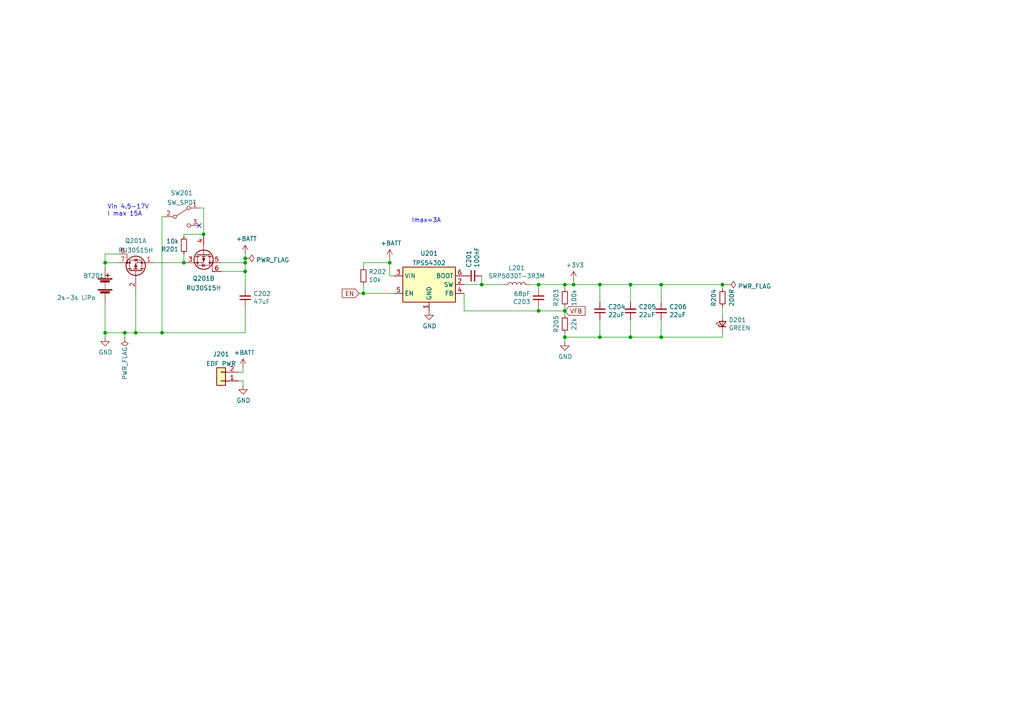
<source format=kicad_sch>
(kicad_sch (version 20211123) (generator eeschema)
  (paper "A4")
  (title_block (title "Kontroller") (date "2021-12-28") (rev "1"))
  (lib_symbols
    (symbol "Connector_Generic:Conn_01x02" (pin_names (offset 1.016) hide)
      (property "Reference" "J" (at 0 2.54 0))
      (property "Value" "Conn_01x02" (at 0 -5.08 0))
      (symbol "Conn_01x02_1_1"
        (rectangle (start -1.27 -2.413) (end 0 -2.667) (stroke (width 0.1524)))
        (rectangle (start -1.27 0.127) (end 0 -0.127) (stroke (width 0.1524)))
        (rectangle (start -1.27 1.27) (end 1.27 -3.81) (stroke (width 0.254)) (fill (type background)))
        (pin passive line (at -5.08 0 0) (length 3.81) (name "Pin_1") (number "1"))
        (pin passive line (at -5.08 -2.54 0) (length 3.81) (name "Pin_2") (number "2"))
      )
    )
    (symbol "Device:Battery" (pin_numbers hide) (pin_names (offset 0) hide)
      (property "Reference" "BT" (at 2.54 2.54 0))
      (property "Value" "Battery" (at 2.54 0 0))
      (symbol "Battery_0_1"
        (rectangle (start -2.032 -1.397) (end 2.032 -1.651) (fill (type outline)))
        (rectangle (start -2.032 1.778) (end 2.032 1.524) (fill (type outline)))
        (rectangle (start -1.3208 -1.9812) (end 1.27 -2.4892) (fill (type outline)))
        (rectangle (start -1.3208 1.1938) (end 1.27 0.6858) (fill (type outline)))
        (polyline (pts (xy 0 -1.524) (xy 0 -1.27)))
        (polyline (pts (xy 0 -1.016) (xy 0 -0.762)))
        (polyline (pts (xy 0 -0.508) (xy 0 -0.254)))
        (polyline (pts (xy 0 0) (xy 0 0.254)))
        (polyline (pts (xy 0 0.508) (xy 0 0.762)))
        (polyline (pts (xy 0 1.778) (xy 0 2.54)))
        (polyline (pts (xy 0.254 2.667) (xy 1.27 2.667)) (stroke (width 0.254)))
        (polyline (pts (xy 0.762 3.175) (xy 0.762 2.159)) (stroke (width 0.254)))
      )
      (symbol "Battery_1_1"
        (pin passive line (at 0 5.08 270) (length 2.54) (name "+") (number "1"))
        (pin passive line (at 0 -5.08 90) (length 2.54) (name "-") (number "2"))
      )
    )
    (symbol "Device:C_Small" (pin_numbers hide) (pin_names (offset 0.254) hide)
      (property "Reference" "C" (at 0.254 1.778 0))
      (property "Value" "C_Small" (at 0.254 -2.032 0))
      (symbol "C_Small_0_1"
        (polyline (pts (xy -1.524 -0.508) (xy 1.524 -0.508)) (stroke (width 0.3302)))
        (polyline (pts (xy -1.524 0.508) (xy 1.524 0.508)) (stroke (width 0.3048)))
      )
      (symbol "C_Small_1_1"
        (pin passive line (at 0 2.54 270) (length 2.032) (name "~") (number "1"))
        (pin passive line (at 0 -2.54 90) (length 2.032) (name "~") (number "2"))
      )
    )
    (symbol "Device:L" (pin_numbers hide) (pin_names (offset 1.016) hide)
      (property "Reference" "L" (at -1.27 0 90))
      (property "Value" "L" (at 1.905 0 90))
      (symbol "L_0_1"
        (arc (start 0 -2.54) (mid 0.635 -1.905) (end 0 -1.27))
        (arc (start 0 -1.27) (mid 0.635 -0.635) (end 0 0))
        (arc (start 0 0) (mid 0.635 0.635) (end 0 1.27))
        (arc (start 0 1.27) (mid 0.635 1.905) (end 0 2.54))
      )
      (symbol "L_1_1"
        (pin passive line (at 0 3.81 270) (length 1.27) (name "1") (number "1"))
        (pin passive line (at 0 -3.81 90) (length 1.27) (name "2") (number "2"))
      )
    )
    (symbol "Device:LED_Small" (pin_numbers hide) (pin_names (offset 0.254) hide)
      (property "Reference" "D" (at -1.27 3.175 0))
      (property "Value" "LED_Small" (at -4.445 -2.54 0))
      (symbol "LED_Small_0_1"
        (polyline (pts (xy -0.762 -1.016) (xy -0.762 1.016)) (stroke (width 0.254)))
        (polyline (pts (xy 1.016 0) (xy -0.762 0)))
        (polyline (pts (xy 0.762 -1.016) (xy -0.762 0) (xy 0.762 1.016) (xy 0.762 -1.016)) (stroke (width 0.254)))
        (polyline (pts (xy 0 0.762) (xy -0.508 1.27) (xy -0.254 1.27) (xy -0.508 1.27) (xy -0.508 1.016)))
        (polyline (pts (xy 0.508 1.27) (xy 0 1.778) (xy 0.254 1.778) (xy 0 1.778) (xy 0 1.524)))
      )
      (symbol "LED_Small_1_1"
        (pin passive line (at -2.54 0 0) (length 1.778) (name "K") (number "1"))
        (pin passive line (at 2.54 0 180) (length 1.778) (name "A") (number "2"))
      )
    )
    (symbol "Device:Q_Dual_PMOS_S1G1S2G2D2D2D1D1" (pin_names (offset 0) hide)
      (property "Reference" "Q" (at 6.35 1.27 0))
      (property "Value" "Q_Dual_PMOS_S1G1S2G2D2D2D1D1" (at 21.59 -1.27 0))
      (symbol "Q_Dual_PMOS_S1G1S2G2D2D2D1D1_0_1"
        (polyline (pts (xy 0.254 0) (xy -2.54 0)))
        (polyline (pts (xy 0.254 1.905) (xy 0.254 -1.905)) (stroke (width 0.254)))
        (polyline (pts (xy 0.762 -1.27) (xy 0.762 -2.286)) (stroke (width 0.254)))
        (polyline (pts (xy 0.762 0.508) (xy 0.762 -0.508)) (stroke (width 0.254)))
        (polyline (pts (xy 0.762 2.286) (xy 0.762 1.27)) (stroke (width 0.254)))
        (polyline (pts (xy 2.54 2.54) (xy 2.54 1.778)))
        (polyline (pts (xy 2.54 -2.54) (xy 2.54 0) (xy 0.762 0)))
        (polyline (pts (xy 0.762 1.778) (xy 3.302 1.778) (xy 3.302 -1.778) (xy 0.762 -1.778)))
        (polyline (pts (xy 2.286 0) (xy 1.27 0.381) (xy 1.27 -0.381) (xy 2.286 0)) (fill (type outline)))
        (polyline (pts (xy 2.794 -0.508) (xy 2.921 -0.381) (xy 3.683 -0.381) (xy 3.81 -0.254)))
        (polyline (pts (xy 3.302 -0.381) (xy 2.921 0.254) (xy 3.683 0.254) (xy 3.302 -0.381)))
        (circle (center 1.651 0) (radius 2.794) (stroke (width 0.254)))
        (circle (center 2.54 -1.778) (radius 0.254) (fill (type outline)))
        (circle (center 2.54 1.778) (radius 0.254) (fill (type outline)))
        (circle (center 2.54 2.54) (radius 0.254) (fill (type outline)))
        (rectangle (start 5.08 2.54) (end 2.54 2.54))
      )
      (symbol "Q_Dual_PMOS_S1G1S2G2D2D2D1D1_1_1"
        (pin passive line (at 2.54 -5.08 90) (length 2.54) (name "S") (number "1"))
        (pin input line (at -5.08 0 0) (length 2.54) (name "G") (number "2"))
        (pin passive line (at 2.54 5.08 270) (length 2.54) (name "D") (number "7"))
        (pin passive line (at 5.08 5.08 270) (length 2.54) (name "G") (number "8"))
      )
      (symbol "Q_Dual_PMOS_S1G1S2G2D2D2D1D1_2_1"
        (pin passive line (at 2.54 -5.08 90) (length 2.54) (name "S") (number "3"))
        (pin input line (at -5.08 0 0) (length 2.54) (name "G") (number "4"))
        (pin passive line (at 2.54 5.08 270) (length 2.54) (name "D") (number "5"))
        (pin passive line (at 5.08 5.08 270) (length 2.54) (name "G") (number "6"))
      )
    )
    (symbol "Device:R_Small" (pin_numbers hide) (pin_names (offset 0.254) hide)
      (property "Reference" "R" (at 0.762 0.508 0))
      (property "Value" "R_Small" (at 0.762 -1.016 0))
      (symbol "R_Small_0_1"
        (rectangle (start -0.762 1.778) (end 0.762 -1.778) (stroke (width 0.2032)))
      )
      (symbol "R_Small_1_1"
        (pin passive line (at 0 2.54 270) (length 0.762) (name "~") (number "1"))
        (pin passive line (at 0 -2.54 90) (length 0.762) (name "~") (number "2"))
      )
    )
    (symbol "Regulator_Switching:TPS54302"
      (property "Reference" "U" (at -7.62 6.35 0))
      (property "Value" "TPS54302" (at 0 6.35 0))
      (symbol "TPS54302_0_1"
        (rectangle (start -7.62 5.08) (end 7.62 -5.08) (stroke (width 0.254)) (fill (type background)))
      )
      (symbol "TPS54302_1_1"
        (pin power_in line (at 0 -7.62 90) (length 2.54) (name "GND") (number "1"))
        (pin power_out line (at 10.16 0 180) (length 2.54) (name "SW") (number "2"))
        (pin power_in line (at -10.16 2.54 0) (length 2.54) (name "VIN") (number "3"))
        (pin input line (at 10.16 -2.54 180) (length 2.54) (name "FB") (number "4"))
        (pin input line (at -10.16 -2.54 0) (length 2.54) (name "EN") (number "5"))
        (pin passive line (at 10.16 2.54 180) (length 2.54) (name "BOOT") (number "6"))
      )
    )
    (symbol "Switch:SW_SPDT" (pin_names (offset 0) hide)
      (property "Reference" "SW" (at 0 4.318 0))
      (property "Value" "SW_SPDT" (at 0 -5.08 0))
      (symbol "SW_SPDT_0_0"
        (circle (center -2.032 0) (radius 0.508))
        (circle (center 2.032 -2.54) (radius 0.508))
      )
      (symbol "SW_SPDT_0_1"
        (polyline (pts (xy -1.524 0.254) (xy 1.651 2.286)))
        (circle (center 2.032 2.54) (radius 0.508))
      )
      (symbol "SW_SPDT_1_1"
        (pin passive line (at 5.08 2.54 180) (length 2.54) (name "A") (number "1"))
        (pin passive line (at -5.08 0 0) (length 2.54) (name "B") (number "2"))
        (pin passive line (at 5.08 -2.54 180) (length 2.54) (name "C") (number "3"))
      )
    )
    (symbol "power:+3.3V" (power) (pin_names (offset 0))
      (property "Value" "+3.3V" (at 0 3.556 0))
      (symbol "+3.3V_0_1"
        (polyline (pts (xy -0.762 1.27) (xy 0 2.54)))
        (polyline (pts (xy 0 0) (xy 0 2.54)))
        (polyline (pts (xy 0 2.54) (xy 0.762 1.27)))
      )
      (symbol "+3.3V_1_1"
        (pin power_in line (at 0 0 90) (length 0) hide (name "+3V3") (number "1"))
      )
    )
    (symbol "power:+BATT" (power) (pin_names (offset 0))
      (property "Value" "+BATT" (at 0 3.556 0))
      (symbol "+BATT_0_1"
        (polyline (pts (xy -0.762 1.27) (xy 0 2.54)))
        (polyline (pts (xy 0 0) (xy 0 2.54)))
        (polyline (pts (xy 0 2.54) (xy 0.762 1.27)))
      )
      (symbol "+BATT_1_1"
        (pin power_in line (at 0 0 90) (length 0) hide (name "+BATT") (number "1"))
      )
    )
    (symbol "power:GND" (power) (pin_names (offset 0))
      (property "Value" "GND" (at 0 -3.81 0))
      (symbol "GND_0_1"
        (polyline (pts (xy 0 0) (xy 0 -1.27) (xy 1.27 -1.27) (xy 0 -2.54) (xy -1.27 -1.27) (xy 0 -1.27)))
      )
      (symbol "GND_1_1"
        (pin power_in line (at 0 0 270) (length 0) hide (name "GND") (number "1"))
      )
    )
    (symbol "power:PWR_FLAG" (power) (pin_numbers hide) (pin_names (offset 0) hide)
      (property "Value" "PWR_FLAG" (at 0 3.81 0))
      (symbol "PWR_FLAG_0_0"
        (pin power_out line (at 0 0 90) (length 0) (name "pwr") (number "1"))
      )
      (symbol "PWR_FLAG_0_1"
        (polyline (pts (xy 0 0) (xy 0 1.27) (xy -1.016 1.905) (xy 0 2.54) (xy 1.016 1.905) (xy 0 1.27)))
      )
    )
  )
  (junction (at 182.88 97.79))
  (junction (at 71.12 78.74))
  (junction (at 191.77 82.55))
  (junction (at 46.99 96.52))
  (junction (at 166.37 82.55))
  (junction (at 163.83 97.79))
  (junction (at 59.055 67.945))
  (junction (at 163.83 90.17))
  (junction (at 71.12 74.93))
  (junction (at 139.7 82.55))
  (junction (at 71.12 76.2))
  (junction (at 182.88 82.55))
  (junction (at 156.21 82.55))
  (junction (at 36.195 96.52))
  (junction (at 156.21 90.17))
  (junction (at 173.99 97.79))
  (junction (at 105.41 85.09))
  (junction (at 113.03 76.2))
  (junction (at 209.55 82.55))
  (junction (at 163.83 82.55))
  (junction (at 53.34 76.2))
  (junction (at 173.99 82.55))
  (junction (at 191.77 97.79))
  (junction (at 39.37 96.52))
  (junction (at 30.48 76.2))
  (junction (at 30.48 96.52))
  (no_connect (at 57.785 65.405))
  (wire (pts (xy 191.77 82.55) (xy 209.55 82.55)))
  (wire (pts (xy 163.83 88.9) (xy 163.83 90.17)))
  (wire (pts (xy 30.48 96.52) (xy 30.48 87.63)))
  (wire (pts (xy 30.48 73.66) (xy 30.48 76.2)))
  (wire (pts (xy 64.135 76.2) (xy 71.12 76.2)))
  (wire (pts (xy 69.215 107.95) (xy 70.485 107.95)))
  (wire (pts (xy 30.48 76.2) (xy 34.29 76.2)))
  (wire (pts (xy 71.12 74.93) (xy 71.12 76.2)))
  (wire (pts (xy 36.195 96.52) (xy 36.195 97.79)))
  (wire (pts (xy 134.62 90.17) (xy 134.62 85.09)))
  (wire (pts (xy 64.135 78.74) (xy 71.12 78.74)))
  (wire (pts (xy 163.83 90.17) (xy 163.83 91.44)))
  (wire (pts (xy 209.55 83.82) (xy 209.55 82.55)))
  (wire (pts (xy 71.12 88.9) (xy 71.12 96.52)))
  (wire (pts (xy 113.03 80.01) (xy 113.03 76.2)))
  (wire (pts (xy 191.77 97.79) (xy 209.55 97.79)))
  (wire (pts (xy 46.99 96.52) (xy 71.12 96.52)))
  (wire (pts (xy 105.41 82.55) (xy 105.41 85.09)))
  (wire (pts (xy 182.88 82.55) (xy 182.88 87.63)))
  (wire (pts (xy 209.55 82.55) (xy 210.82 82.55)))
  (wire (pts (xy 71.12 73.66) (xy 71.12 74.93)))
  (wire (pts (xy 34.29 73.66) (xy 30.48 73.66)))
  (wire (pts (xy 173.99 82.55) (xy 173.99 87.63)))
  (wire (pts (xy 30.48 77.47) (xy 30.48 76.2)))
  (wire (pts (xy 173.99 97.79) (xy 173.99 92.71)))
  (wire (pts (xy 53.34 76.2) (xy 53.975 76.2)))
  (wire (pts (xy 134.62 90.17) (xy 156.21 90.17)))
  (wire (pts (xy 191.77 92.71) (xy 191.77 97.79)))
  (wire (pts (xy 209.55 88.9) (xy 209.55 91.44)))
  (wire (pts (xy 163.83 82.55) (xy 166.37 82.55)))
  (wire (pts (xy 182.88 92.71) (xy 182.88 97.79)))
  (wire (pts (xy 114.3 80.01) (xy 113.03 80.01)))
  (wire (pts (xy 173.99 97.79) (xy 182.88 97.79)))
  (wire (pts (xy 70.485 110.49) (xy 70.485 111.76)))
  (wire (pts (xy 153.67 82.55) (xy 156.21 82.55)))
  (wire (pts (xy 69.215 110.49) (xy 70.485 110.49)))
  (wire (pts (xy 182.88 82.55) (xy 191.77 82.55)))
  (wire (pts (xy 53.34 73.66) (xy 53.34 76.2)))
  (wire (pts (xy 139.7 80.01) (xy 139.7 82.55)))
  (wire (pts (xy 156.21 88.9) (xy 156.21 90.17)))
  (wire (pts (xy 163.83 96.52) (xy 163.83 97.79)))
  (wire (pts (xy 113.03 76.2) (xy 113.03 74.93)))
  (wire (pts (xy 53.34 67.945) (xy 59.055 67.945)))
  (wire (pts (xy 182.88 97.79) (xy 191.77 97.79)))
  (wire (pts (xy 156.21 82.55) (xy 156.21 83.82)))
  (wire (pts (xy 182.88 82.55) (xy 173.99 82.55)))
  (wire (pts (xy 139.7 82.55) (xy 146.05 82.55)))
  (wire (pts (xy 163.83 97.79) (xy 163.83 99.06)))
  (wire (pts (xy 57.785 60.325) (xy 59.055 60.325)))
  (wire (pts (xy 71.12 78.74) (xy 71.12 83.82)))
  (wire (pts (xy 156.21 82.55) (xy 163.83 82.55)))
  (wire (pts (xy 30.48 96.52) (xy 30.48 97.79)))
  (wire (pts (xy 39.37 96.52) (xy 46.99 96.52)))
  (wire (pts (xy 156.21 90.17) (xy 163.83 90.17)))
  (wire (pts (xy 105.41 76.2) (xy 113.03 76.2)))
  (wire (pts (xy 36.195 96.52) (xy 30.48 96.52)))
  (wire (pts (xy 209.55 97.79) (xy 209.55 96.52)))
  (wire (pts (xy 70.485 107.95) (xy 70.485 106.68)))
  (wire (pts (xy 191.77 82.55) (xy 191.77 87.63)))
  (wire (pts (xy 46.99 62.865) (xy 47.625 62.865)))
  (wire (pts (xy 163.83 82.55) (xy 163.83 83.82)))
  (wire (pts (xy 44.45 76.2) (xy 53.34 76.2)))
  (wire (pts (xy 105.41 77.47) (xy 105.41 76.2)))
  (wire (pts (xy 39.37 83.82) (xy 39.37 96.52)))
  (wire (pts (xy 104.14 85.09) (xy 105.41 85.09)))
  (wire (pts (xy 36.195 96.52) (xy 39.37 96.52)))
  (wire (pts (xy 166.37 81.28) (xy 166.37 82.55)))
  (wire (pts (xy 163.83 97.79) (xy 173.99 97.79)))
  (wire (pts (xy 105.41 85.09) (xy 114.3 85.09)))
  (wire (pts (xy 59.055 67.945) (xy 59.055 68.58)))
  (wire (pts (xy 46.99 62.865) (xy 46.99 96.52)))
  (wire (pts (xy 134.62 82.55) (xy 139.7 82.55)))
  (wire (pts (xy 166.37 82.55) (xy 173.99 82.55)))
  (wire (pts (xy 53.34 68.58) (xy 53.34 67.945)))
  (wire (pts (xy 59.055 60.325) (xy 59.055 67.945)))
  (wire (pts (xy 71.12 76.2) (xy 71.12 78.74)))
  (text "Imax=3A" (at 119.38 64.77 0) (effects (font (size 1.27 1.27)) (justify left bottom)))
  (text "Vin 4.5-17V\nI max 15A" (at 31.115 62.865 0) (effects (font (size 1.27 1.27)) (justify left bottom)))
  (global_label "VFB" (shape input) (at 163.83 90.17 0) (property "Intersheet References" "${INTERSHEET_REFS}" (effects hide)))
  (global_label "EN" (shape input) (at 104.14 85.09 180) (property "Intersheet References" "${INTERSHEET_REFS}" (effects hide)))
  (symbol (lib_id "power:GND") (at 30.48 97.79 0) (unit 1)
    (property "Reference" "#PWR0205" (effects hide))
    (property "Value" "GND" (at 30.607 102.1842 0))
  )
  (symbol (lib_id "power:+BATT") (at 71.12 73.66 0) (unit 1)
    (property "Reference" "#PWR0201" (effects hide))
    (property "Value" "+BATT" (at 71.501 69.2658 0))
  )
  (symbol (lib_id "Device:C_Small") (at 71.12 86.36 180) (unit 1)
    (property "Reference" "C202" (at 73.4568 85.1916 0) (effects (justify right)))
    (property "Value" "47uF" (at 73.4568 87.503 0) (effects (justify right)))
    (property "Footprint" "Capacitor_SMD:C_1206_3216Metric" (effects hide))
  )
  (symbol (lib_id "Device:R_Small") (at 105.41 80.01 180) (unit 1)
    (property "Reference" "R202" (at 106.9086 78.8416 0) (effects (justify right)))
    (property "Value" "10k" (at 106.9086 81.153 0) (effects (justify right)))
    (property "Footprint" "Resistor_SMD:R_0603_1608Metric" (effects hide))
  )
  (symbol (lib_id "Device:C_Small") (at 137.16 80.01 90) (unit 1)
    (property "Reference" "C201" (at 135.9916 77.6732 0) (effects (justify left)))
    (property "Value" "100nF" (at 138.303 77.6732 0) (effects (justify left)))
    (property "Footprint" "Capacitor_SMD:C_0603_1608Metric" (effects hide))
  )
  (symbol (lib_id "power:+BATT") (at 113.03 74.93 0) (unit 1)
    (property "Reference" "#PWR0202" (effects hide))
    (property "Value" "+BATT" (at 113.411 70.5358 0))
  )
  (symbol (lib_id "power:GND") (at 163.83 99.06 0) (unit 1)
    (property "Reference" "#PWR0206" (effects hide))
    (property "Value" "GND" (at 163.957 103.4542 0))
  )
  (symbol (lib_id "Device:L") (at 149.86 82.55 90) (unit 1)
    (property "Reference" "L201" (at 149.86 77.724 90))
    (property "Value" "SRP5030T-3R3M" (at 149.86 80.0354 90))
    (property "Footprint" "Inductor_SMD:L_Taiyo-Yuden_NR-60xx" (effects hide))
  )
  (symbol (lib_id "Device:R_Small") (at 163.83 86.36 180) (unit 1)
    (property "Reference" "R203" (at 161.29 86.36 90))
    (property "Value" "100k" (at 166.497 86.36 90))
    (property "Footprint" "Resistor_SMD:R_0603_1608Metric" (effects hide))
  )
  (symbol (lib_id "Device:R_Small") (at 163.83 93.98 180) (unit 1)
    (property "Reference" "R205" (at 161.29 93.98 90))
    (property "Value" "22k" (at 166.497 93.98 90))
    (property "Footprint" "Resistor_SMD:R_0603_1608Metric" (effects hide))
  )
  (symbol (lib_id "Device:C_Small") (at 173.99 90.17 180) (unit 1)
    (property "Reference" "C204" (at 176.3268 89.0016 0) (effects (justify right)))
    (property "Value" "22uF" (at 176.3268 91.313 0) (effects (justify right)))
    (property "Footprint" "Capacitor_SMD:C_1206_3216Metric" (effects hide))
  )
  (symbol (lib_id "power:+3.3V") (at 166.37 81.28 0) (unit 1)
    (property "Reference" "#PWR0203" (effects hide))
    (property "Value" "+3.3V" (at 166.751 76.8858 0))
  )
  (symbol (lib_id "Device:LED_Small") (at 209.55 93.98 90) (unit 1)
    (property "Reference" "D201" (at 211.328 92.8116 90) (effects (justify right)))
    (property "Value" "GREEN" (at 211.328 95.123 90) (effects (justify right)))
    (property "Footprint" "LED_SMD:LED_0805_2012Metric" (effects hide))
  )
  (symbol (lib_id "Device:R_Small") (at 209.55 86.36 180) (unit 1)
    (property "Reference" "R204" (at 207.01 86.36 90))
    (property "Value" "200R" (at 212.217 86.36 90))
    (property "Footprint" "Resistor_SMD:R_0603_1608Metric" (effects hide))
  )
  (symbol (lib_id "power:+BATT") (at 70.485 106.68 0) (unit 1)
    (property "Reference" "#PWR0207" (effects hide))
    (property "Value" "+BATT" (at 70.866 102.2858 0))
  )
  (symbol (lib_id "Device:C_Small") (at 191.77 90.17 180) (unit 1)
    (property "Reference" "C206" (at 194.1068 89.0016 0) (effects (justify right)))
    (property "Value" "22uF" (at 194.1068 91.313 0) (effects (justify right)))
    (property "Footprint" "Capacitor_SMD:C_1206_3216Metric" (effects hide))
  )
  (symbol (lib_id "Device:C_Small") (at 156.21 86.36 0) (unit 1)
    (property "Reference" "C203" (at 153.8732 87.5284 0) (effects (justify right)))
    (property "Value" "68pF" (at 153.8732 85.217 0) (effects (justify right)))
    (property "Footprint" "Capacitor_SMD:C_0603_1608Metric" (effects hide))
  )
  (symbol (lib_id "Device:C_Small") (at 182.88 90.17 180) (unit 1)
    (property "Reference" "C205" (at 185.2168 89.0016 0) (effects (justify right)))
    (property "Value" "22uF" (at 185.2168 91.313 0) (effects (justify right)))
    (property "Footprint" "Capacitor_SMD:C_1206_3216Metric" (effects hide))
  )
  (symbol (lib_id "power:GND") (at 124.46 90.17 0) (unit 1)
    (property "Reference" "#PWR0204" (effects hide))
    (property "Value" "GND" (at 124.587 94.5642 0))
  )
  (symbol (lib_id "Switch:SW_SPDT") (at 52.705 62.865 0) (unit 1)
    (property "Reference" "SW201" (at 52.705 55.9775 0))
    (property "Value" "SW_SPDT" (at 52.705 58.7526 0))
    (property "Footprint" "Button_Switch_SMD:SW_SPDT_PCM12" (effects hide))
  )
  (symbol (lib_id "power:GND") (at 70.485 111.76 0) (unit 1)
    (property "Reference" "#PWR0208" (effects hide))
    (property "Value" "GND" (at 70.612 116.1542 0))
  )
  (symbol (lib_id "Device:Q_Dual_PMOS_S1G1S2G2D2D2D1D1") (at 59.055 73.66 270) (unit 2)
    (property "Reference" "Q201" (at 59.055 80.7625 90))
    (property "Value" "RU30S15H" (at 59.055 83.5376 90))
    (property "Footprint" "Package_SO:SOP-8_3.9x4.9mm_P1.27mm" (effects hide))
  )
  (symbol (lib_id "Regulator_Switching:TPS54302") (at 124.46 82.55 0) (unit 1)
    (property "Reference" "U201" (at 124.46 73.5035 0))
    (property "Value" "TPS54302" (at 124.46 76.2786 0))
    (property "Footprint" "Package_TO_SOT_SMD:SOT-23-6" (effects hide))
    (property "Datasheet" "http://www.ti.com/lit/ds/symlink/tps54302.pdf" (effects hide))
  )
  (symbol (lib_id "power:PWR_FLAG") (at 71.12 74.93 270) (unit 1)
    (property "Reference" "#FLG0201" (effects hide))
    (property "Value" "PWR_FLAG" (at 74.295 75.409 90) (effects (justify left)))
  )
  (symbol (lib_id "power:PWR_FLAG") (at 210.82 82.55 270) (unit 1)
    (property "Reference" "#FLG0202" (effects hide))
    (property "Value" "PWR_FLAG" (at 213.995 83.029 90) (effects (justify left)))
  )
  (symbol (lib_id "Device:Battery") (at 30.48 82.55 0) (unit 1)
    (property "Reference" "BT201" (at 24.13 80.01 0) (effects (justify left)))
    (property "Value" "2s-3s LiPo" (at 16.51 86.36 0) (effects (justify left)))
    (property "Footprint" "Connector_PinHeader_2.54mm:PinHeader_1x02_P2.54mm_Vertical" (effects hide))
  )
  (symbol (lib_id "power:PWR_FLAG") (at 36.195 97.79 180) (unit 1)
    (property "Reference" "#FLG0203" (effects hide))
    (property "Value" "PWR_FLAG" (at 36.195 105.41 90))
  )
  (symbol (lib_id "Connector_Generic:Conn_01x02") (at 64.135 110.49 180) (unit 1)
    (property "Reference" "J201" (at 64.135 102.7135 0))
    (property "Value" "EDF PWR" (at 64.135 105.4886 0))
    (property "Footprint" "Connector_PinHeader_2.54mm:PinHeader_1x02_P2.54mm_Vertical" (effects hide))
  )
  (symbol (lib_id "Device:Q_Dual_PMOS_S1G1S2G2D2D2D1D1") (at 39.37 78.74 90) (unit 1)
    (property "Reference" "Q201" (at 39.37 69.8205 90))
    (property "Value" "RU30S15H" (at 39.37 72.5956 90))
    (property "Footprint" "Package_SO:SOP-8_3.9x4.9mm_P1.27mm" (effects hide))
  )
  (symbol (lib_id "Device:R_Small") (at 53.34 71.12 0) (unit 1)
    (property "Reference" "R201" (at 51.8414 72.2884 0) (effects (justify right)))
    (property "Value" "10k" (at 51.8414 69.977 0) (effects (justify right)))
    (property "Footprint" "Resistor_SMD:R_0603_1608Metric" (effects hide))
  )
)
</source>
